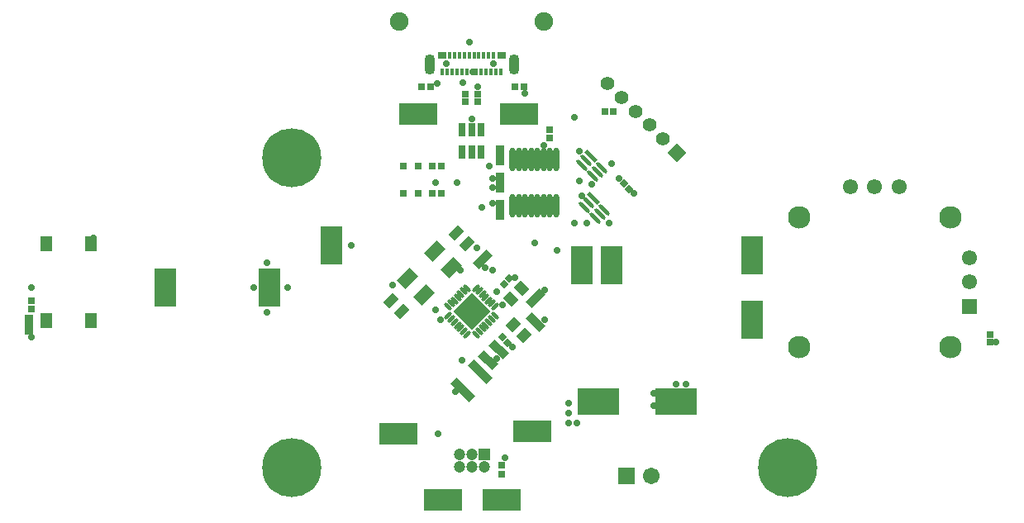
<source format=gbr>
%TF.GenerationSoftware,Altium Limited,Altium Designer,23.6.0 (18)*%
G04 Layer_Color=8388736*
%FSLAX25Y25*%
%MOIN*%
%TF.SameCoordinates,9FC677E3-0757-43A4-AD8A-435CCD31EDD7*%
%TF.FilePolarity,Negative*%
%TF.FileFunction,Soldermask,Top*%
%TF.Part,Single*%
G01*
G75*
%TA.AperFunction,SMDPad,CuDef*%
%ADD13R,0.05118X0.06102*%
G04:AMPARAMS|DCode=15|XSize=37.4mil|YSize=53.15mil|CornerRadius=0mil|HoleSize=0mil|Usage=FLASHONLY|Rotation=135.000|XOffset=0mil|YOffset=0mil|HoleType=Round|Shape=Rectangle|*
%AMROTATEDRECTD15*
4,1,4,0.03202,0.00557,-0.00557,-0.03202,-0.03202,-0.00557,0.00557,0.03202,0.03202,0.00557,0.0*
%
%ADD15ROTATEDRECTD15*%

%TA.AperFunction,ConnectorPad*%
%ADD17R,0.01181X0.02756*%
%ADD18R,0.03543X0.02756*%
%TA.AperFunction,SMDPad,CuDef*%
G04:AMPARAMS|DCode=19|XSize=70.87mil|YSize=47.24mil|CornerRadius=0mil|HoleSize=0mil|Usage=FLASHONLY|Rotation=225.000|XOffset=0mil|YOffset=0mil|HoleType=Round|Shape=Rectangle|*
%AMROTATEDRECTD19*
4,1,4,0.00835,0.04176,0.04176,0.00835,-0.00835,-0.04176,-0.04176,-0.00835,0.00835,0.04176,0.0*
%
%ADD19ROTATEDRECTD19*%

%ADD20R,0.03150X0.03150*%
G04:AMPARAMS|DCode=25|XSize=33.47mil|YSize=106.3mil|CornerRadius=0mil|HoleSize=0mil|Usage=FLASHONLY|Rotation=45.000|XOffset=0mil|YOffset=0mil|HoleType=Round|Shape=Rectangle|*
%AMROTATEDRECTD25*
4,1,4,0.02575,-0.04941,-0.04941,0.02575,-0.02575,0.04941,0.04941,-0.02575,0.02575,-0.04941,0.0*
%
%ADD25ROTATEDRECTD25*%

G04:AMPARAMS|DCode=36|XSize=57.64mil|YSize=14.8mil|CornerRadius=7.4mil|HoleSize=0mil|Usage=FLASHONLY|Rotation=315.000|XOffset=0mil|YOffset=0mil|HoleType=Round|Shape=RoundedRectangle|*
%AMROUNDEDRECTD36*
21,1,0.05764,0.00000,0,0,315.0*
21,1,0.04284,0.01480,0,0,315.0*
1,1,0.01480,0.01515,-0.01515*
1,1,0.01480,-0.01515,0.01515*
1,1,0.01480,-0.01515,0.01515*
1,1,0.01480,0.01515,-0.01515*
%
%ADD36ROUNDEDRECTD36*%
G04:AMPARAMS|DCode=37|XSize=57.64mil|YSize=14.8mil|CornerRadius=0mil|HoleSize=0mil|Usage=FLASHONLY|Rotation=315.000|XOffset=0mil|YOffset=0mil|HoleType=Round|Shape=Rectangle|*
%AMROTATEDRECTD37*
4,1,4,-0.02561,0.01515,-0.01515,0.02561,0.02561,-0.01515,0.01515,-0.02561,-0.02561,0.01515,0.0*
%
%ADD37ROTATEDRECTD37*%

%TA.AperFunction,ComponentPad*%
G04:AMPARAMS|DCode=46|XSize=43.31mil|YSize=82.68mil|CornerRadius=21.65mil|HoleSize=0mil|Usage=FLASHONLY|Rotation=180.000|XOffset=0mil|YOffset=0mil|HoleType=Round|Shape=RoundedRectangle|*
%AMROUNDEDRECTD46*
21,1,0.04331,0.03937,0,0,180.0*
21,1,0.00000,0.08268,0,0,180.0*
1,1,0.04331,0.00000,0.01968*
1,1,0.04331,0.00000,0.01968*
1,1,0.04331,0.00000,-0.01968*
1,1,0.04331,0.00000,-0.01968*
%
%ADD46ROUNDEDRECTD46*%
%ADD47C,0.07480*%
%ADD50P,0.07739X4X360.0*%
%ADD51C,0.05472*%
%ADD54R,0.06102X0.06102*%
%ADD55C,0.06102*%
%ADD56C,0.09055*%
%TA.AperFunction,SMDPad,CuDef*%
%ADD63R,0.03713X0.03871*%
%ADD64R,0.02572X0.02572*%
%ADD65R,0.08792X0.15761*%
%ADD66R,0.15761X0.08792*%
%ADD67R,0.02965X0.02965*%
%ADD68P,0.15051X4X360.0*%
G04:AMPARAMS|DCode=69|XSize=15.87mil|YSize=37.53mil|CornerRadius=0mil|HoleSize=0mil|Usage=FLASHONLY|Rotation=315.000|XOffset=0mil|YOffset=0mil|HoleType=Round|Shape=Round|*
%AMOVALD69*
21,1,0.02165,0.01587,0.00000,0.00000,45.0*
1,1,0.01587,-0.00766,-0.00766*
1,1,0.01587,0.00766,0.00766*
%
%ADD69OVALD69*%

G04:AMPARAMS|DCode=70|XSize=15.87mil|YSize=37.53mil|CornerRadius=0mil|HoleSize=0mil|Usage=FLASHONLY|Rotation=45.000|XOffset=0mil|YOffset=0mil|HoleType=Round|Shape=Round|*
%AMOVALD70*
21,1,0.02165,0.01587,0.00000,0.00000,135.0*
1,1,0.01587,0.00766,-0.00766*
1,1,0.01587,-0.00766,0.00766*
%
%ADD70OVALD70*%

%ADD71R,0.03162X0.05524*%
%ADD72R,0.02769X0.02965*%
G04:AMPARAMS|DCode=73|XSize=37.13mil|YSize=38.71mil|CornerRadius=0mil|HoleSize=0mil|Usage=FLASHONLY|Rotation=315.000|XOffset=0mil|YOffset=0mil|HoleType=Round|Shape=Rectangle|*
%AMROTATEDRECTD73*
4,1,4,-0.02681,-0.00056,0.00056,0.02681,0.02681,0.00056,-0.00056,-0.02681,-0.02681,-0.00056,0.0*
%
%ADD73ROTATEDRECTD73*%

G04:AMPARAMS|DCode=74|XSize=37.13mil|YSize=38.71mil|CornerRadius=0mil|HoleSize=0mil|Usage=FLASHONLY|Rotation=45.000|XOffset=0mil|YOffset=0mil|HoleType=Round|Shape=Rectangle|*
%AMROTATEDRECTD74*
4,1,4,0.00056,-0.02681,-0.02681,0.00056,-0.00056,0.02681,0.02681,-0.00056,0.00056,-0.02681,0.0*
%
%ADD74ROTATEDRECTD74*%

%ADD75R,0.02965X0.02965*%
%ADD76P,0.03637X4X90.0*%
%ADD77P,0.03637X4X360.0*%
G04:AMPARAMS|DCode=78|XSize=47.37mil|YSize=39.5mil|CornerRadius=0mil|HoleSize=0mil|Usage=FLASHONLY|Rotation=135.000|XOffset=0mil|YOffset=0mil|HoleType=Round|Shape=Rectangle|*
%AMROTATEDRECTD78*
4,1,4,0.03071,-0.00278,0.00278,-0.03071,-0.03071,0.00278,-0.00278,0.03071,0.03071,-0.00278,0.0*
%
%ADD78ROTATEDRECTD78*%

G04:AMPARAMS|DCode=79|XSize=47.37mil|YSize=39.5mil|CornerRadius=0mil|HoleSize=0mil|Usage=FLASHONLY|Rotation=45.000|XOffset=0mil|YOffset=0mil|HoleType=Round|Shape=Rectangle|*
%AMROTATEDRECTD79*
4,1,4,-0.00278,-0.03071,-0.03071,-0.00278,0.00278,0.03071,0.03071,0.00278,-0.00278,-0.03071,0.0*
%
%ADD79ROTATEDRECTD79*%

%ADD80O,0.02375X0.09658*%
%ADD81R,0.16548X0.10642*%
%ADD82R,0.02572X0.02572*%
%TA.AperFunction,ViaPad*%
%ADD83C,0.23800*%
%TA.AperFunction,ComponentPad*%
%ADD84C,0.04737*%
%ADD85R,0.04737X0.04737*%
%ADD86C,0.06706*%
%ADD87R,0.06706X0.06706*%
%TA.AperFunction,ViaPad*%
%ADD88C,0.02769*%
D13*
X51142Y84350D02*
D03*
Y115650D02*
D03*
X68858Y84350D02*
D03*
Y115650D02*
D03*
D15*
X194161Y88231D02*
D03*
X189985Y92407D02*
D03*
X216412Y119819D02*
D03*
X220588Y115643D02*
D03*
D17*
X234311Y184732D02*
D03*
X232343D02*
D03*
X230374D02*
D03*
X228405D02*
D03*
X226437D02*
D03*
X224468D02*
D03*
X220532D02*
D03*
X218563D02*
D03*
X216595D02*
D03*
X214626D02*
D03*
X212657D02*
D03*
X210689D02*
D03*
X213642Y191425D02*
D03*
X215610D02*
D03*
X217579D02*
D03*
X219547D02*
D03*
X221516D02*
D03*
X223484D02*
D03*
X225453D02*
D03*
X227421D02*
D03*
X229390D02*
D03*
X231358D02*
D03*
D18*
X210492D02*
D03*
X234508D02*
D03*
D19*
X207727Y112640D02*
D03*
X196592Y101504D02*
D03*
X203273Y94823D02*
D03*
X214408Y105958D02*
D03*
D20*
X195095Y146755D02*
D03*
X201000D02*
D03*
X195095Y135755D02*
D03*
X201000D02*
D03*
D25*
X218951Y56595D02*
D03*
X226049Y63694D02*
D03*
D36*
X275093Y146281D02*
D03*
X273283Y144472D02*
D03*
X271474Y142662D02*
D03*
X266907Y147228D02*
D03*
X268717Y149038D02*
D03*
X276093Y129281D02*
D03*
X274283Y127472D02*
D03*
X272474Y125662D02*
D03*
X267907Y130228D02*
D03*
X269717Y132038D02*
D03*
D37*
X270527Y150847D02*
D03*
X271527Y133847D02*
D03*
D46*
X239508Y187921D02*
D03*
X205492D02*
D03*
D47*
X251634Y205284D02*
D03*
X193366D02*
D03*
D50*
X305298Y152214D02*
D03*
D51*
X299730Y157782D02*
D03*
X294162Y163349D02*
D03*
X288595Y168917D02*
D03*
X283027Y174485D02*
D03*
X277459Y180052D02*
D03*
D54*
X423386Y90158D02*
D03*
D55*
Y100000D02*
D03*
Y109843D02*
D03*
X394843Y138386D02*
D03*
X385000D02*
D03*
X375157D02*
D03*
D56*
X354488Y73819D02*
D03*
Y126181D02*
D03*
X415512Y73819D02*
D03*
Y126181D02*
D03*
D63*
X44000Y84684D02*
D03*
Y80826D02*
D03*
X234000Y142084D02*
D03*
Y138225D02*
D03*
Y131184D02*
D03*
Y127325D02*
D03*
Y153184D02*
D03*
Y149326D02*
D03*
D64*
X45000Y89255D02*
D03*
Y92404D02*
D03*
X254000Y158180D02*
D03*
Y161329D02*
D03*
X431500Y78829D02*
D03*
Y75680D02*
D03*
D65*
X98986Y97755D02*
D03*
X140906D02*
D03*
X166000Y114755D02*
D03*
X267000Y106755D02*
D03*
X279000D02*
D03*
X335500Y84755D02*
D03*
Y110983D02*
D03*
D66*
X193000Y38755D02*
D03*
X201000Y167755D02*
D03*
X211000Y12255D02*
D03*
X234500D02*
D03*
X241516Y167755D02*
D03*
X247000Y39755D02*
D03*
D67*
X202457Y178755D02*
D03*
X206000D02*
D03*
X210272Y146755D02*
D03*
X206728D02*
D03*
X210272Y135755D02*
D03*
X206728D02*
D03*
X240000Y178755D02*
D03*
X243543D02*
D03*
D68*
X222500Y88231D02*
D03*
D69*
X224379Y97627D02*
D03*
X225632Y96374D02*
D03*
X226885Y95121D02*
D03*
X228137Y93869D02*
D03*
X229390Y92616D02*
D03*
X230643Y91363D02*
D03*
X231896Y90110D02*
D03*
X220621Y78836D02*
D03*
X219368Y80088D02*
D03*
X218115Y81341D02*
D03*
X216863Y82594D02*
D03*
X215610Y83847D02*
D03*
X214357Y85099D02*
D03*
X213104Y86352D02*
D03*
D70*
X231896D02*
D03*
X230643Y85099D02*
D03*
X229390Y83847D02*
D03*
X228137Y82594D02*
D03*
X226885Y81341D02*
D03*
X225632Y80088D02*
D03*
X224379Y78836D02*
D03*
X213104Y90110D02*
D03*
X214357Y91363D02*
D03*
X215610Y92616D02*
D03*
X216863Y93869D02*
D03*
X218115Y95121D02*
D03*
X219368Y96374D02*
D03*
X220621Y97627D02*
D03*
D71*
X226240Y152577D02*
D03*
X222500D02*
D03*
X218760D02*
D03*
Y161632D02*
D03*
X222500D02*
D03*
X226240D02*
D03*
D72*
X220000Y172755D02*
D03*
Y175707D02*
D03*
X225000Y172755D02*
D03*
Y175707D02*
D03*
D73*
X228228Y110483D02*
D03*
X225500Y107755D02*
D03*
X247000Y92255D02*
D03*
X249728Y94983D02*
D03*
D74*
X227772Y69983D02*
D03*
X230500Y67255D02*
D03*
X234864Y71367D02*
D03*
X232136Y74095D02*
D03*
X247000Y85255D02*
D03*
X249728Y82526D02*
D03*
D75*
X234500Y26026D02*
D03*
Y22483D02*
D03*
D76*
X234887Y77868D02*
D03*
X237114Y75641D02*
D03*
X286114Y137641D02*
D03*
X283887Y139868D02*
D03*
D77*
X237727Y101482D02*
D03*
X235500Y99255D02*
D03*
D78*
X242588Y97342D02*
D03*
X238412Y93167D02*
D03*
D79*
X243588Y78643D02*
D03*
X239412Y82819D02*
D03*
D80*
X239000Y130954D02*
D03*
X241500D02*
D03*
X244000D02*
D03*
X246500D02*
D03*
X249000D02*
D03*
X251500D02*
D03*
X254000D02*
D03*
X256500D02*
D03*
X239000Y149655D02*
D03*
X241500D02*
D03*
X244000D02*
D03*
X246500D02*
D03*
X249000D02*
D03*
X251500D02*
D03*
X254000D02*
D03*
X256500D02*
D03*
D81*
X273504Y51755D02*
D03*
X305000D02*
D03*
D82*
X279575Y168755D02*
D03*
X276425D02*
D03*
D83*
X150000Y150000D02*
D03*
Y25000D02*
D03*
X350000D02*
D03*
D84*
X217500Y25549D02*
D03*
Y30549D02*
D03*
X222500Y25549D02*
D03*
Y30549D02*
D03*
X227500Y25549D02*
D03*
D85*
Y30549D02*
D03*
D86*
X295000Y21755D02*
D03*
D87*
X285000D02*
D03*
D88*
X263977Y166500D02*
D03*
X44958Y97796D02*
D03*
Y77797D02*
D03*
X69958Y117797D02*
D03*
X134560Y97796D02*
D03*
X139958Y107797D02*
D03*
Y87796D02*
D03*
X148177Y97796D02*
D03*
X174136Y114755D02*
D03*
X190500Y98755D02*
D03*
X222500Y85169D02*
D03*
X219438Y88231D02*
D03*
X225562D02*
D03*
X222500Y91294D02*
D03*
X208000Y88755D02*
D03*
Y140255D02*
D03*
X208500Y180255D02*
D03*
X209000Y38755D02*
D03*
X210000Y84755D02*
D03*
X212468Y188151D02*
D03*
X216000Y55755D02*
D03*
X216500Y140255D02*
D03*
X218000Y104755D02*
D03*
X218757Y68498D02*
D03*
X218979Y180477D02*
D03*
X221494Y196748D02*
D03*
X222500Y165752D02*
D03*
X223106Y184848D02*
D03*
X224500Y113755D02*
D03*
X225000Y178755D02*
D03*
X226500Y130255D02*
D03*
X227885Y105870D02*
D03*
X229500Y146755D02*
D03*
X230997Y141836D02*
D03*
X231000Y104755D02*
D03*
Y138255D02*
D03*
Y131755D02*
D03*
X231358Y188055D02*
D03*
X232500Y96255D02*
D03*
Y69255D02*
D03*
X235000Y90755D02*
D03*
X236000Y29255D02*
D03*
X238958Y73796D02*
D03*
X239958Y101796D02*
D03*
X244000Y176255D02*
D03*
X248000Y115755D02*
D03*
X251790Y155310D02*
D03*
X252000Y84755D02*
D03*
X252014Y96723D02*
D03*
X257000Y112755D02*
D03*
X261500Y43255D02*
D03*
Y51255D02*
D03*
Y47255D02*
D03*
X264000Y123755D02*
D03*
X265000Y43255D02*
D03*
X266000Y152755D02*
D03*
Y140755D02*
D03*
X267018Y134772D02*
D03*
X269000Y123755D02*
D03*
X270937Y139346D02*
D03*
X278000Y123755D02*
D03*
X279000Y147755D02*
D03*
X282000Y141755D02*
D03*
X288000Y135755D02*
D03*
X296000Y55255D02*
D03*
Y50255D02*
D03*
X305000Y58755D02*
D03*
X309000D02*
D03*
X434000Y75755D02*
D03*
%TF.MD5,e5c4c5b3e80d95db902c0bfd8c9fce3e*%
M02*

</source>
